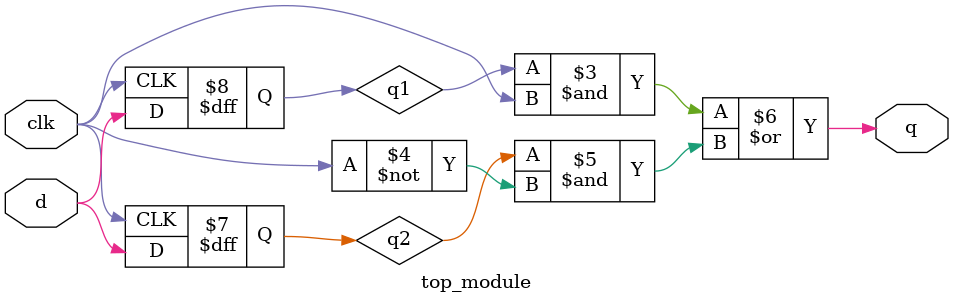
<source format=v>
module top_module (
    input clk,
    input d,
    output q
);
    wire q1, q2;
    always @(posedge clk) begin
        q1 <= d;
    end
    always @(negedge clk) begin
        q2 <= d;
    end
    assign q = (q1 & clk) | (q2 & (~clk));
endmodule

</source>
